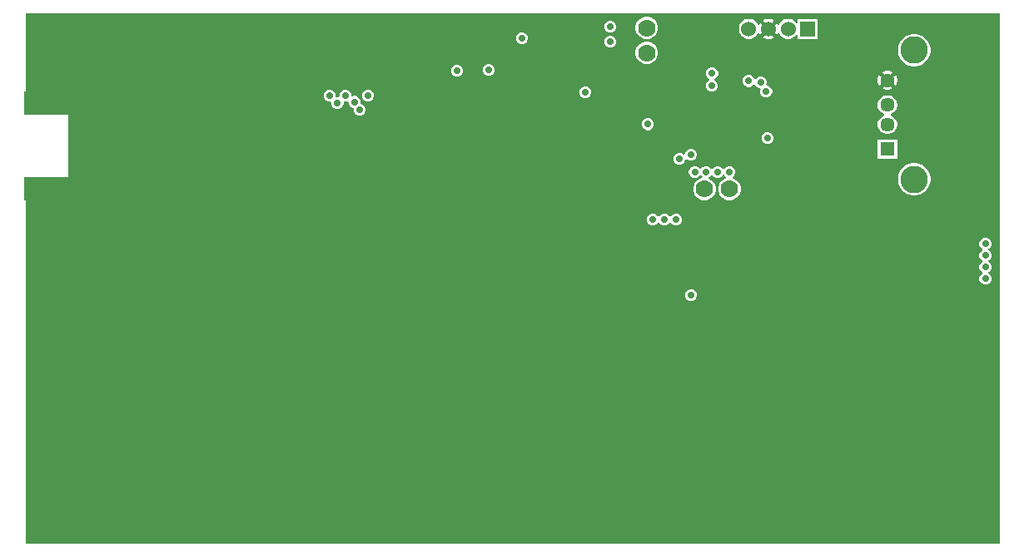
<source format=gbr>
%TF.GenerationSoftware,Altium Limited,Altium Designer,23.11.1 (41)*%
G04 Layer_Physical_Order=2*
G04 Layer_Color=36540*
%FSLAX45Y45*%
%MOMM*%
%TF.SameCoordinates,5A3C93BB-BC46-40EA-83D2-B686983C8B64*%
%TF.FilePolarity,Positive*%
%TF.FileFunction,Copper,L2,Inr,Signal*%
%TF.Part,Single*%
G01*
G75*
%TA.AperFunction,ComponentPad*%
%ADD62C,1.77800*%
%ADD63C,2.80000*%
%ADD64C,1.45000*%
%ADD65R,1.45000X1.45000*%
%ADD66C,1.52400*%
%ADD67R,1.52400X1.52400*%
%ADD68R,4.20000X2.41300*%
%TA.AperFunction,ViaPad*%
%ADD69C,0.70000*%
G36*
X9950000Y50000D02*
X50000D01*
Y3770000D01*
X50000Y3785000D01*
X65000Y3785000D01*
X480000D01*
Y4420000D01*
X65000D01*
X50000Y4420000D01*
X50000Y4435000D01*
Y5450000D01*
X9950000D01*
Y50000D01*
D02*
G37*
%LPC*%
G36*
X8101200Y5396200D02*
X7898800D01*
Y5356273D01*
X7883800Y5352254D01*
X7880980Y5357138D01*
X7862138Y5375980D01*
X7839061Y5389303D01*
X7813323Y5396200D01*
X7786676D01*
X7760938Y5389303D01*
X7737861Y5375980D01*
X7719020Y5357138D01*
X7708305Y5338579D01*
X7705601Y5337707D01*
X7694398D01*
X7691695Y5338579D01*
X7684436Y5351152D01*
X7663971Y5330687D01*
X7635687Y5358971D01*
X7656152Y5379436D01*
X7639061Y5389303D01*
X7613323Y5396200D01*
X7586676D01*
X7560938Y5389303D01*
X7543848Y5379436D01*
X7564313Y5358971D01*
X7536029Y5330687D01*
X7515564Y5351152D01*
X7508305Y5338579D01*
X7505601Y5337707D01*
X7494399D01*
X7491695Y5338579D01*
X7480980Y5357138D01*
X7462138Y5375980D01*
X7439061Y5389303D01*
X7413323Y5396200D01*
X7386676D01*
X7360938Y5389303D01*
X7337861Y5375980D01*
X7319020Y5357138D01*
X7305696Y5334062D01*
X7298800Y5308323D01*
Y5281677D01*
X7305696Y5255938D01*
X7319020Y5232862D01*
X7337861Y5214020D01*
X7360938Y5200697D01*
X7386676Y5193800D01*
X7413323D01*
X7439061Y5200697D01*
X7462138Y5214020D01*
X7480980Y5232862D01*
X7491695Y5251421D01*
X7494399Y5252293D01*
X7505601D01*
X7508305Y5251421D01*
X7515564Y5238848D01*
X7536029Y5259313D01*
X7564313Y5231029D01*
X7543848Y5210564D01*
X7560938Y5200697D01*
X7586676Y5193800D01*
X7613323D01*
X7639061Y5200697D01*
X7656152Y5210564D01*
X7635687Y5231029D01*
X7663971Y5259313D01*
X7684436Y5238848D01*
X7691695Y5251421D01*
X7694398Y5252293D01*
X7705601D01*
X7708305Y5251421D01*
X7719020Y5232862D01*
X7737861Y5214020D01*
X7760938Y5200697D01*
X7786676Y5193800D01*
X7813323D01*
X7839061Y5200697D01*
X7862138Y5214020D01*
X7880980Y5232862D01*
X7883800Y5237746D01*
X7898800Y5233727D01*
Y5193800D01*
X8101200D01*
Y5396200D01*
D02*
G37*
G36*
X6001935Y5375000D02*
X5978065D01*
X5956013Y5365866D01*
X5939134Y5348987D01*
X5930000Y5326935D01*
Y5303065D01*
X5939134Y5281013D01*
X5956013Y5264135D01*
X5978065Y5255000D01*
X6001935D01*
X6023987Y5264135D01*
X6040865Y5281013D01*
X6050000Y5303065D01*
Y5326935D01*
X6040865Y5348987D01*
X6023987Y5365866D01*
X6001935Y5375000D01*
D02*
G37*
G36*
X6377495Y5416400D02*
X6347505D01*
X6318537Y5408638D01*
X6292564Y5393643D01*
X6271358Y5372436D01*
X6256362Y5346464D01*
X6248600Y5317495D01*
Y5287505D01*
X6256362Y5258536D01*
X6271358Y5232564D01*
X6292564Y5211357D01*
X6318537Y5196362D01*
X6347505Y5188600D01*
X6377495D01*
X6406464Y5196362D01*
X6432436Y5211357D01*
X6453643Y5232564D01*
X6468638Y5258536D01*
X6476400Y5287505D01*
Y5317495D01*
X6468638Y5346464D01*
X6453643Y5372436D01*
X6432436Y5393643D01*
X6406464Y5408638D01*
X6377495Y5416400D01*
D02*
G37*
G36*
X5101935Y5260000D02*
X5078065D01*
X5056013Y5250866D01*
X5039134Y5233987D01*
X5030000Y5211935D01*
Y5188065D01*
X5039134Y5166013D01*
X5056013Y5149134D01*
X5078065Y5140000D01*
X5101935D01*
X5123987Y5149134D01*
X5140866Y5166013D01*
X5150000Y5188065D01*
Y5211935D01*
X5140866Y5233987D01*
X5123987Y5250866D01*
X5101935Y5260000D01*
D02*
G37*
G36*
X6001935Y5222500D02*
X5978065D01*
X5956013Y5213365D01*
X5939134Y5196487D01*
X5930000Y5174435D01*
Y5150565D01*
X5939134Y5128513D01*
X5956013Y5111634D01*
X5978065Y5102500D01*
X6001935D01*
X6023987Y5111634D01*
X6040865Y5128513D01*
X6050000Y5150565D01*
Y5174435D01*
X6040865Y5196487D01*
X6023987Y5213365D01*
X6001935Y5222500D01*
D02*
G37*
G36*
X6377495Y5162400D02*
X6347505D01*
X6318537Y5154638D01*
X6292564Y5139643D01*
X6271358Y5118436D01*
X6256362Y5092464D01*
X6248600Y5063495D01*
Y5033505D01*
X6256362Y5004536D01*
X6271358Y4978564D01*
X6292564Y4957357D01*
X6318537Y4942362D01*
X6347505Y4934600D01*
X6377495D01*
X6406464Y4942362D01*
X6432436Y4957357D01*
X6453643Y4978564D01*
X6468638Y5004536D01*
X6476400Y5033505D01*
Y5063495D01*
X6468638Y5092464D01*
X6453643Y5118436D01*
X6432436Y5139643D01*
X6406464Y5154638D01*
X6377495Y5162400D01*
D02*
G37*
G36*
X9097251Y5242000D02*
X9064749D01*
X9032871Y5235659D01*
X9002843Y5223221D01*
X8975819Y5205164D01*
X8952836Y5182182D01*
X8934779Y5155157D01*
X8922341Y5125129D01*
X8916000Y5093251D01*
Y5060749D01*
X8922341Y5028872D01*
X8934779Y4998843D01*
X8952836Y4971819D01*
X8975819Y4948836D01*
X9002843Y4930779D01*
X9032871Y4918341D01*
X9064749Y4912000D01*
X9097251D01*
X9129129Y4918341D01*
X9159157Y4930779D01*
X9186182Y4948836D01*
X9209164Y4971819D01*
X9227221Y4998843D01*
X9239659Y5028872D01*
X9246000Y5060749D01*
Y5093251D01*
X9239659Y5125129D01*
X9227221Y5155157D01*
X9209164Y5182182D01*
X9186182Y5205164D01*
X9159157Y5223221D01*
X9129129Y5235659D01*
X9097251Y5242000D01*
D02*
G37*
G36*
X4766935Y4935000D02*
X4743065D01*
X4721013Y4925865D01*
X4704134Y4908987D01*
X4695000Y4886935D01*
Y4863065D01*
X4704134Y4841013D01*
X4721013Y4824134D01*
X4743065Y4815000D01*
X4766935D01*
X4788987Y4824134D01*
X4805865Y4841013D01*
X4815000Y4863065D01*
Y4886935D01*
X4805865Y4908987D01*
X4788987Y4925865D01*
X4766935Y4935000D01*
D02*
G37*
G36*
X4441935Y4925000D02*
X4418065D01*
X4396013Y4915865D01*
X4379134Y4898987D01*
X4370000Y4876935D01*
Y4853065D01*
X4379134Y4831013D01*
X4396013Y4814134D01*
X4418065Y4805000D01*
X4441935D01*
X4463987Y4814134D01*
X4480866Y4831013D01*
X4490000Y4853065D01*
Y4876935D01*
X4480866Y4898987D01*
X4463987Y4915865D01*
X4441935Y4925000D01*
D02*
G37*
G36*
X8822836Y4867500D02*
X8797164D01*
X8772367Y4860856D01*
X8756557Y4851728D01*
X8777030Y4831255D01*
X8748746Y4802971D01*
X8728273Y4823444D01*
X8719145Y4807634D01*
X8712500Y4782837D01*
Y4757164D01*
X8719145Y4732367D01*
X8728273Y4716557D01*
X8748746Y4737030D01*
X8777030Y4708746D01*
X8756557Y4688273D01*
X8772367Y4679145D01*
X8797164Y4672500D01*
X8822836D01*
X8847634Y4679145D01*
X8863444Y4688273D01*
X8842971Y4708746D01*
X8871255Y4737030D01*
X8891728Y4716557D01*
X8900855Y4732367D01*
X8907500Y4757164D01*
Y4782837D01*
X8900855Y4807634D01*
X8891728Y4823444D01*
X8871255Y4802971D01*
X8842971Y4831255D01*
X8863444Y4851728D01*
X8847634Y4860856D01*
X8822836Y4867500D01*
D02*
G37*
G36*
X7039435Y4900000D02*
X7015565D01*
X6993513Y4890866D01*
X6976635Y4873987D01*
X6967500Y4851935D01*
Y4828065D01*
X6976635Y4806013D01*
X6993513Y4789134D01*
X7001270Y4785921D01*
Y4769685D01*
X6986013Y4763366D01*
X6969135Y4746487D01*
X6960000Y4724435D01*
Y4700565D01*
X6969135Y4678513D01*
X6986013Y4661635D01*
X7008065Y4652500D01*
X7031935D01*
X7053987Y4661635D01*
X7070866Y4678513D01*
X7080000Y4700565D01*
Y4724435D01*
X7070866Y4746487D01*
X7053987Y4763366D01*
X7046230Y4766579D01*
Y4782815D01*
X7061487Y4789134D01*
X7078366Y4806013D01*
X7087500Y4828065D01*
Y4851935D01*
X7078366Y4873987D01*
X7061487Y4890866D01*
X7039435Y4900000D01*
D02*
G37*
G36*
X7411935Y4822500D02*
X7388065D01*
X7366013Y4813366D01*
X7349134Y4796487D01*
X7340000Y4774435D01*
Y4750565D01*
X7349134Y4728513D01*
X7366013Y4711634D01*
X7388065Y4702500D01*
X7411935D01*
X7433987Y4711634D01*
X7447910Y4725557D01*
X7460425Y4725103D01*
X7465011Y4723467D01*
X7469134Y4713513D01*
X7486013Y4696634D01*
X7508065Y4687500D01*
X7511484D01*
X7519817Y4675028D01*
X7517500Y4669435D01*
Y4645565D01*
X7526634Y4623513D01*
X7543513Y4606634D01*
X7565565Y4597500D01*
X7589435D01*
X7611487Y4606634D01*
X7628365Y4623513D01*
X7637500Y4645565D01*
Y4669435D01*
X7628365Y4691487D01*
X7611487Y4708365D01*
X7589435Y4717500D01*
X7586016D01*
X7577683Y4729972D01*
X7580000Y4735565D01*
Y4759435D01*
X7570865Y4781487D01*
X7553987Y4798366D01*
X7531935Y4807500D01*
X7508065D01*
X7486013Y4798366D01*
X7472090Y4784443D01*
X7459575Y4784897D01*
X7454989Y4786533D01*
X7450865Y4796487D01*
X7433987Y4813366D01*
X7411935Y4822500D01*
D02*
G37*
G36*
X3306935Y4675000D02*
X3283065D01*
X3261013Y4665865D01*
X3244134Y4648987D01*
X3235000Y4626935D01*
Y4611358D01*
X3231029Y4601471D01*
X3221142Y4597500D01*
X3208858D01*
X3203731Y4599559D01*
X3195000Y4609360D01*
Y4626935D01*
X3185866Y4648987D01*
X3168987Y4665865D01*
X3146935Y4675000D01*
X3123065D01*
X3101013Y4665865D01*
X3084135Y4648987D01*
X3075000Y4626935D01*
Y4603065D01*
X3084135Y4581013D01*
X3101013Y4564134D01*
X3123065Y4555000D01*
X3143642D01*
X3148769Y4552941D01*
X3157500Y4543140D01*
Y4525565D01*
X3166635Y4503513D01*
X3183513Y4486634D01*
X3205565Y4477500D01*
X3229435D01*
X3251487Y4486634D01*
X3268366Y4503513D01*
X3277500Y4525565D01*
Y4541142D01*
X3281471Y4551029D01*
X3291358Y4555000D01*
X3306935D01*
X3315000Y4558341D01*
X3330000Y4548318D01*
Y4538065D01*
X3339135Y4516013D01*
X3356013Y4499135D01*
X3378065Y4490000D01*
X3382865Y4482816D01*
X3382500Y4481935D01*
Y4458065D01*
X3391635Y4436013D01*
X3408513Y4419134D01*
X3430565Y4410000D01*
X3454435D01*
X3476487Y4419134D01*
X3493366Y4436013D01*
X3502500Y4458065D01*
Y4481935D01*
X3493366Y4503987D01*
X3476487Y4520865D01*
X3454435Y4530000D01*
X3449635Y4537184D01*
X3450000Y4538065D01*
Y4561935D01*
X3440866Y4583987D01*
X3423987Y4600866D01*
X3401935Y4610000D01*
X3378065D01*
X3370000Y4606659D01*
X3355000Y4616682D01*
Y4626935D01*
X3345866Y4648987D01*
X3328987Y4665865D01*
X3306935Y4675000D01*
D02*
G37*
G36*
X5749292Y4709857D02*
X5725422D01*
X5703370Y4700722D01*
X5686491Y4683844D01*
X5677357Y4661792D01*
Y4637922D01*
X5686491Y4615870D01*
X5703370Y4598991D01*
X5725422Y4589857D01*
X5749292D01*
X5771344Y4598991D01*
X5788222Y4615870D01*
X5797357Y4637922D01*
Y4661792D01*
X5788222Y4683844D01*
X5771344Y4700722D01*
X5749292Y4709857D01*
D02*
G37*
G36*
X3541935Y4675000D02*
X3518065D01*
X3496013Y4665865D01*
X3479135Y4648987D01*
X3470000Y4626935D01*
Y4603065D01*
X3479135Y4581013D01*
X3496013Y4564134D01*
X3518065Y4555000D01*
X3541935D01*
X3563987Y4564134D01*
X3580866Y4581013D01*
X3590000Y4603065D01*
Y4626935D01*
X3580866Y4648987D01*
X3563987Y4665865D01*
X3541935Y4675000D01*
D02*
G37*
G36*
X6386935Y4382500D02*
X6363065D01*
X6341013Y4373366D01*
X6324134Y4356487D01*
X6315000Y4334435D01*
Y4310565D01*
X6324134Y4288513D01*
X6341013Y4271635D01*
X6363065Y4262500D01*
X6386935D01*
X6408987Y4271635D01*
X6425865Y4288513D01*
X6435000Y4310565D01*
Y4334435D01*
X6425865Y4356487D01*
X6408987Y4373366D01*
X6386935Y4382500D01*
D02*
G37*
G36*
X8822836Y4617501D02*
X8797164D01*
X8772367Y4610856D01*
X8750134Y4598020D01*
X8731981Y4579867D01*
X8719145Y4557634D01*
X8712500Y4532837D01*
Y4507164D01*
X8719145Y4482367D01*
X8731981Y4460134D01*
X8750134Y4441981D01*
X8772367Y4429145D01*
X8777518Y4427765D01*
Y4412236D01*
X8772367Y4410856D01*
X8750134Y4398020D01*
X8731981Y4379867D01*
X8719145Y4357634D01*
X8712500Y4332836D01*
Y4307164D01*
X8719145Y4282367D01*
X8731981Y4260134D01*
X8750134Y4241981D01*
X8772367Y4229145D01*
X8797164Y4222500D01*
X8822836D01*
X8847634Y4229145D01*
X8869866Y4241981D01*
X8888020Y4260134D01*
X8900855Y4282367D01*
X8907500Y4307164D01*
Y4332836D01*
X8900855Y4357634D01*
X8888020Y4379867D01*
X8869866Y4398020D01*
X8847634Y4410856D01*
X8842483Y4412236D01*
Y4427765D01*
X8847634Y4429145D01*
X8869866Y4441981D01*
X8888020Y4460134D01*
X8900855Y4482367D01*
X8907500Y4507164D01*
Y4532837D01*
X8900855Y4557634D01*
X8888020Y4579867D01*
X8869866Y4598020D01*
X8847634Y4610856D01*
X8822836Y4617501D01*
D02*
G37*
G36*
X7601935Y4240000D02*
X7578065D01*
X7556013Y4230866D01*
X7539135Y4213987D01*
X7530000Y4191935D01*
Y4168065D01*
X7539135Y4146013D01*
X7556013Y4129134D01*
X7578065Y4120000D01*
X7601935D01*
X7623987Y4129134D01*
X7640866Y4146013D01*
X7650000Y4168065D01*
Y4191935D01*
X7640866Y4213987D01*
X7623987Y4230866D01*
X7601935Y4240000D01*
D02*
G37*
G36*
X6824435Y4072500D02*
X6800565D01*
X6778513Y4063366D01*
X6761634Y4046487D01*
X6752500Y4024435D01*
Y4021066D01*
X6737500Y4014853D01*
X6728987Y4023366D01*
X6706935Y4032500D01*
X6683065D01*
X6661013Y4023366D01*
X6644135Y4006487D01*
X6635000Y3984435D01*
Y3960565D01*
X6644135Y3938513D01*
X6661013Y3921635D01*
X6683065Y3912500D01*
X6706935D01*
X6728987Y3921635D01*
X6745866Y3938513D01*
X6755000Y3960565D01*
Y3963934D01*
X6770000Y3970147D01*
X6778513Y3961634D01*
X6800565Y3952500D01*
X6824435D01*
X6846487Y3961634D01*
X6863365Y3978513D01*
X6872500Y4000565D01*
Y4024435D01*
X6863365Y4046487D01*
X6846487Y4063366D01*
X6824435Y4072500D01*
D02*
G37*
G36*
X8907500Y4167500D02*
X8712500D01*
Y3972500D01*
X8907500D01*
Y4167500D01*
D02*
G37*
G36*
X7214435Y3897500D02*
X7190565D01*
X7168513Y3888366D01*
X7151634Y3871487D01*
X7150618Y3869033D01*
X7134382D01*
X7133365Y3871487D01*
X7116487Y3888366D01*
X7094435Y3897500D01*
X7070565D01*
X7048513Y3888366D01*
X7031634Y3871487D01*
X7031250Y3870559D01*
X7016250D01*
X7015866Y3871487D01*
X6998987Y3888366D01*
X6976935Y3897500D01*
X6953065D01*
X6931013Y3888366D01*
X6916233Y3873585D01*
X6907500Y3872393D01*
X6898768Y3873585D01*
X6883987Y3888366D01*
X6861935Y3897500D01*
X6838065D01*
X6816013Y3888366D01*
X6799134Y3871487D01*
X6790000Y3849435D01*
Y3825565D01*
X6799134Y3803513D01*
X6816013Y3786635D01*
X6838065Y3777500D01*
X6861935D01*
X6883987Y3786635D01*
X6898768Y3801415D01*
X6907500Y3802607D01*
X6916233Y3801415D01*
X6927364Y3790284D01*
X6925277Y3775980D01*
X6924154Y3773894D01*
X6904536Y3768638D01*
X6878564Y3753642D01*
X6857357Y3732436D01*
X6842362Y3706464D01*
X6834600Y3677495D01*
Y3647505D01*
X6842362Y3618536D01*
X6857357Y3592564D01*
X6878564Y3571357D01*
X6904536Y3556362D01*
X6933505Y3548600D01*
X6963495D01*
X6992464Y3556362D01*
X7018436Y3571357D01*
X7039643Y3592564D01*
X7054638Y3618536D01*
X7062400Y3647505D01*
Y3677495D01*
X7054638Y3706464D01*
X7039643Y3732436D01*
X7018436Y3753642D01*
X6993413Y3768089D01*
X6992537Y3771954D01*
X6992807Y3784075D01*
X6998987Y3786635D01*
X7015866Y3803513D01*
X7016250Y3804441D01*
X7031250D01*
X7031634Y3803513D01*
X7048513Y3786635D01*
X7070565Y3777500D01*
X7094435D01*
X7116487Y3786635D01*
X7133365Y3803513D01*
X7134382Y3805967D01*
X7150618D01*
X7151634Y3803513D01*
X7168512Y3786635D01*
X7167175Y3770953D01*
X7158536Y3768638D01*
X7132564Y3753642D01*
X7111357Y3732436D01*
X7096362Y3706464D01*
X7088600Y3677495D01*
Y3647505D01*
X7096362Y3618536D01*
X7111357Y3592564D01*
X7132564Y3571357D01*
X7158536Y3556362D01*
X7187505Y3548600D01*
X7217495D01*
X7246464Y3556362D01*
X7272436Y3571357D01*
X7293643Y3592564D01*
X7308638Y3618536D01*
X7316400Y3647505D01*
Y3677495D01*
X7308638Y3706464D01*
X7293643Y3732436D01*
X7272436Y3753642D01*
X7246464Y3768638D01*
X7237824Y3770953D01*
X7236487Y3786635D01*
X7253365Y3803513D01*
X7262500Y3825565D01*
Y3849435D01*
X7253365Y3871487D01*
X7236487Y3888366D01*
X7214435Y3897500D01*
D02*
G37*
G36*
X9097251Y3928000D02*
X9064749D01*
X9032871Y3921659D01*
X9002843Y3909221D01*
X8975819Y3891164D01*
X8952836Y3868182D01*
X8934779Y3841157D01*
X8922341Y3811129D01*
X8916000Y3779252D01*
Y3746749D01*
X8922341Y3714872D01*
X8934779Y3684844D01*
X8952836Y3657819D01*
X8975819Y3634837D01*
X9002843Y3616779D01*
X9032871Y3604341D01*
X9064749Y3598000D01*
X9097251D01*
X9129129Y3604341D01*
X9159157Y3616779D01*
X9186182Y3634837D01*
X9209164Y3657819D01*
X9227221Y3684844D01*
X9239659Y3714872D01*
X9246000Y3746749D01*
Y3779252D01*
X9239659Y3811129D01*
X9227221Y3841157D01*
X9209164Y3868182D01*
X9186182Y3891164D01*
X9159157Y3909221D01*
X9129129Y3921659D01*
X9097251Y3928000D01*
D02*
G37*
G36*
X6673601Y3410000D02*
X6649732D01*
X6627679Y3400865D01*
X6610801Y3383987D01*
X6610000Y3382053D01*
X6595000D01*
X6594199Y3383987D01*
X6577321Y3400865D01*
X6555268Y3410000D01*
X6531399D01*
X6509346Y3400865D01*
X6492468Y3383987D01*
X6491667Y3382053D01*
X6476667D01*
X6475866Y3383987D01*
X6458987Y3400865D01*
X6436935Y3410000D01*
X6413065D01*
X6391013Y3400865D01*
X6374135Y3383987D01*
X6365000Y3361935D01*
Y3338065D01*
X6374135Y3316013D01*
X6391013Y3299134D01*
X6413065Y3290000D01*
X6436935D01*
X6458987Y3299134D01*
X6475866Y3316013D01*
X6476667Y3317947D01*
X6491667D01*
X6492468Y3316013D01*
X6509346Y3299134D01*
X6531399Y3290000D01*
X6555268D01*
X6577321Y3299134D01*
X6594199Y3316013D01*
X6595000Y3317947D01*
X6610000D01*
X6610801Y3316013D01*
X6627679Y3299134D01*
X6649732Y3290000D01*
X6673601D01*
X6695654Y3299134D01*
X6712532Y3316013D01*
X6721666Y3338065D01*
Y3361935D01*
X6712532Y3383987D01*
X6695654Y3400865D01*
X6673601Y3410000D01*
D02*
G37*
G36*
X9816935Y3165000D02*
X9793065D01*
X9771013Y3155865D01*
X9754134Y3138987D01*
X9745000Y3116935D01*
Y3093065D01*
X9754134Y3071013D01*
X9771013Y3054134D01*
X9772947Y3053333D01*
Y3038333D01*
X9771013Y3037532D01*
X9754134Y3020654D01*
X9745000Y2998601D01*
Y2974732D01*
X9754134Y2952679D01*
X9771013Y2935801D01*
X9772947Y2935000D01*
Y2920000D01*
X9771013Y2919199D01*
X9754134Y2902321D01*
X9745000Y2880268D01*
Y2856399D01*
X9754134Y2834346D01*
X9771013Y2817468D01*
X9772947Y2816667D01*
Y2801667D01*
X9771013Y2800866D01*
X9754134Y2783987D01*
X9745000Y2761935D01*
Y2738065D01*
X9754134Y2716013D01*
X9771013Y2699135D01*
X9793065Y2690000D01*
X9816935D01*
X9838987Y2699135D01*
X9855865Y2716013D01*
X9865000Y2738065D01*
Y2761935D01*
X9855865Y2783987D01*
X9838987Y2800866D01*
X9837053Y2801667D01*
Y2816667D01*
X9838987Y2817468D01*
X9855865Y2834346D01*
X9865000Y2856399D01*
Y2880268D01*
X9855865Y2902321D01*
X9838987Y2919199D01*
X9837053Y2920000D01*
Y2935000D01*
X9838987Y2935801D01*
X9855865Y2952679D01*
X9865000Y2974732D01*
Y2998601D01*
X9855865Y3020654D01*
X9838987Y3037532D01*
X9837053Y3038333D01*
Y3053333D01*
X9838987Y3054134D01*
X9855865Y3071013D01*
X9865000Y3093065D01*
Y3116935D01*
X9855865Y3138987D01*
X9838987Y3155865D01*
X9816935Y3165000D01*
D02*
G37*
G36*
X6826935Y2645000D02*
X6803065D01*
X6781013Y2635865D01*
X6764135Y2618987D01*
X6755000Y2596935D01*
Y2573065D01*
X6764135Y2551013D01*
X6781013Y2534134D01*
X6803065Y2525000D01*
X6826935D01*
X6848987Y2534134D01*
X6865866Y2551013D01*
X6875000Y2573065D01*
Y2596935D01*
X6865866Y2618987D01*
X6848987Y2635865D01*
X6826935Y2645000D01*
D02*
G37*
%LPD*%
D62*
X6362500Y5302500D02*
D03*
Y5048500D02*
D03*
X7202500Y3662500D02*
D03*
X6948500D02*
D03*
D63*
X9081000Y5077000D02*
D03*
Y3763000D02*
D03*
D64*
X8810000Y4520001D02*
D03*
Y4320000D02*
D03*
Y4770000D02*
D03*
D65*
Y4070000D02*
D03*
D66*
X7800000Y5295000D02*
D03*
X7400000D02*
D03*
X7600000D02*
D03*
D67*
X8000000D02*
D03*
D68*
X242500Y3662000D02*
D03*
Y4538000D02*
D03*
D69*
X950000Y3700000D02*
D03*
Y3500000D02*
D03*
X2350000Y3050000D02*
D03*
X2150000D02*
D03*
X2550000D02*
D03*
X2850000D02*
D03*
X3050000D02*
D03*
X4250000Y3500000D02*
D03*
Y3650000D02*
D03*
Y4900000D02*
D03*
Y5100000D02*
D03*
X4050000D02*
D03*
X3850000D02*
D03*
X3700000D02*
D03*
X3400000D02*
D03*
X3200000D02*
D03*
X2950000D02*
D03*
X2750000D02*
D03*
X2450000D02*
D03*
X2300000D02*
D03*
X2000000D02*
D03*
X1800000D02*
D03*
X1500000D02*
D03*
X1350000D02*
D03*
X1150000D02*
D03*
X950000D02*
D03*
Y4900000D02*
D03*
Y4450000D02*
D03*
Y4650000D02*
D03*
X5630000Y2850000D02*
D03*
X5500000D02*
D03*
X5380000D02*
D03*
X5125000Y2845000D02*
D03*
X5000000Y2920000D02*
D03*
Y3050000D02*
D03*
X5495000Y2950000D02*
D03*
X5625000D02*
D03*
X4350000Y3450000D02*
D03*
Y3600000D02*
D03*
X4525000Y3450000D02*
D03*
Y3600000D02*
D03*
X3975000Y3675000D02*
D03*
X4150000Y3600000D02*
D03*
Y3450000D02*
D03*
Y3300000D02*
D03*
X3400000Y3250000D02*
D03*
Y3425000D02*
D03*
X2500000Y3700000D02*
D03*
X2600000D02*
D03*
X2150000Y3850000D02*
D03*
X1500000Y3775000D02*
D03*
Y3675000D02*
D03*
X2375000Y3750000D02*
D03*
Y3650000D02*
D03*
X2250000D02*
D03*
X2150000D02*
D03*
X2050000D02*
D03*
X1950000D02*
D03*
X1850000D02*
D03*
X1750000D02*
D03*
X1650000D02*
D03*
X3050000Y3625000D02*
D03*
X2950000D02*
D03*
X2850000D02*
D03*
X2750000D02*
D03*
X2650000D02*
D03*
X2550000D02*
D03*
X2450000D02*
D03*
X2250000Y3750000D02*
D03*
X2150000D02*
D03*
X2050000D02*
D03*
X1950000D02*
D03*
X1850000D02*
D03*
X1750000D02*
D03*
X1650000D02*
D03*
X2500000Y3775000D02*
D03*
X2600000D02*
D03*
X2700000Y3700000D02*
D03*
X2800000D02*
D03*
X2700000Y3775000D02*
D03*
X2800000D02*
D03*
X2375000Y3850000D02*
D03*
X2475000D02*
D03*
X1950000D02*
D03*
X2050000D02*
D03*
X1750000D02*
D03*
X1850000D02*
D03*
X2375000Y3925000D02*
D03*
X2475000D02*
D03*
X1400000Y3775000D02*
D03*
Y3675000D02*
D03*
X1150000Y3550000D02*
D03*
Y3450000D02*
D03*
Y3750000D02*
D03*
Y3650000D02*
D03*
Y4700000D02*
D03*
Y4600000D02*
D03*
Y4525000D02*
D03*
Y4425000D02*
D03*
X1400000Y4325000D02*
D03*
Y4225000D02*
D03*
X1500000Y3850000D02*
D03*
X1400000D02*
D03*
X1500000Y3925000D02*
D03*
X1400000D02*
D03*
X2700000Y4175000D02*
D03*
X2600000D02*
D03*
X2775000Y4425000D02*
D03*
Y4525000D02*
D03*
X2675000Y4425000D02*
D03*
Y4525000D02*
D03*
X2400000Y4400000D02*
D03*
Y4500000D02*
D03*
X2100000D02*
D03*
X2200000D02*
D03*
X2300000D02*
D03*
X2100000Y4400000D02*
D03*
X2200000D02*
D03*
X2300000D02*
D03*
X3275000Y4850000D02*
D03*
X3175000D02*
D03*
X3075000D02*
D03*
X2975000D02*
D03*
X2875000D02*
D03*
X2775000D02*
D03*
X2675000D02*
D03*
X2575000D02*
D03*
X2475000D02*
D03*
X2375000D02*
D03*
X2275000D02*
D03*
X2175000D02*
D03*
X2075000D02*
D03*
X1975000D02*
D03*
X1875000D02*
D03*
X1775000D02*
D03*
X1675000D02*
D03*
X1575000D02*
D03*
X1475000D02*
D03*
X1375000D02*
D03*
X1275000D02*
D03*
X2875000Y4600000D02*
D03*
X2775000D02*
D03*
X2675000D02*
D03*
X2575000D02*
D03*
X2475000D02*
D03*
X2375000D02*
D03*
X2275000D02*
D03*
X2000000Y4400000D02*
D03*
X1900000D02*
D03*
X1800000D02*
D03*
X1700000D02*
D03*
X1600000D02*
D03*
X1500000D02*
D03*
X1400000D02*
D03*
X2000000Y4500000D02*
D03*
X1900000D02*
D03*
X1800000D02*
D03*
X1700000D02*
D03*
X1600000D02*
D03*
X1500000D02*
D03*
X1400000D02*
D03*
X2175000Y4600000D02*
D03*
X2075000D02*
D03*
X1975000D02*
D03*
X1875000D02*
D03*
X1775000D02*
D03*
X1675000D02*
D03*
X1575000D02*
D03*
X1150000Y3900000D02*
D03*
X1050000D02*
D03*
X850000D02*
D03*
X750000D02*
D03*
X650000D02*
D03*
X550000Y3825000D02*
D03*
X650000D02*
D03*
X750000D02*
D03*
X850000D02*
D03*
X950000D02*
D03*
X1050000D02*
D03*
X1150000D02*
D03*
X550000Y4350000D02*
D03*
X650000D02*
D03*
X750000D02*
D03*
X850000D02*
D03*
X950000D02*
D03*
X1050000D02*
D03*
X1150000D02*
D03*
X550000Y4275000D02*
D03*
X650000D02*
D03*
X750000D02*
D03*
X850000D02*
D03*
X950000D02*
D03*
X1050000D02*
D03*
X1150000D02*
D03*
X657500Y3977500D02*
D03*
X757500D02*
D03*
X857500D02*
D03*
X1057500D02*
D03*
X1157500D02*
D03*
X1652500Y3935000D02*
D03*
X1752500D02*
D03*
X1852500D02*
D03*
X1952500D02*
D03*
X2052500D02*
D03*
X2152500D02*
D03*
X1650000Y4225000D02*
D03*
X1750000D02*
D03*
X1850000D02*
D03*
X1950000D02*
D03*
X2050000D02*
D03*
X2150000D02*
D03*
X2250000D02*
D03*
X1650000Y4150000D02*
D03*
X1750000D02*
D03*
X1850000D02*
D03*
X1950000D02*
D03*
X2050000D02*
D03*
X2150000D02*
D03*
X2250000D02*
D03*
X1150000Y4200000D02*
D03*
X1050000D02*
D03*
X950000D02*
D03*
X850000D02*
D03*
X750000D02*
D03*
X650000D02*
D03*
X550000D02*
D03*
X7000000Y2750000D02*
D03*
X6500000D02*
D03*
X6250000D02*
D03*
X6000000D02*
D03*
X5500000D02*
D03*
X5750000D02*
D03*
X5250000D02*
D03*
X5000000D02*
D03*
X4750000D02*
D03*
X4500000D02*
D03*
X4250000D02*
D03*
X4000000D02*
D03*
X3750000D02*
D03*
X3500000D02*
D03*
X3250000D02*
D03*
X3000000D02*
D03*
X2750000D02*
D03*
X2500000D02*
D03*
X7500000Y2500000D02*
D03*
X7250000D02*
D03*
X7000000D02*
D03*
X6500000Y2250000D02*
D03*
X6000000D02*
D03*
X6250000D02*
D03*
X5750000D02*
D03*
X5500000D02*
D03*
X5250000D02*
D03*
X5000000D02*
D03*
X4750000D02*
D03*
X4500000D02*
D03*
X4250000D02*
D03*
X4000000D02*
D03*
X3750000D02*
D03*
X3500000D02*
D03*
X3250000D02*
D03*
X2750000D02*
D03*
X3000000D02*
D03*
X2250000Y2500000D02*
D03*
X2500000Y2250000D02*
D03*
X2250000D02*
D03*
X2500000Y2000000D02*
D03*
X2250000D02*
D03*
X750000Y3250000D02*
D03*
X1000000D02*
D03*
X1250000D02*
D03*
X1500000D02*
D03*
X2000000D02*
D03*
X750000Y3000000D02*
D03*
X1000000D02*
D03*
X1250000D02*
D03*
X1500000D02*
D03*
X1750000D02*
D03*
X750000Y2750000D02*
D03*
X1000000D02*
D03*
X1250000D02*
D03*
X1500000D02*
D03*
X1750000D02*
D03*
X2000000D02*
D03*
X750000Y2500000D02*
D03*
X1000000D02*
D03*
X1250000D02*
D03*
X1500000D02*
D03*
X1750000D02*
D03*
X2000000D02*
D03*
X750000Y2250000D02*
D03*
X1000000D02*
D03*
X1250000D02*
D03*
X1500000D02*
D03*
X1750000D02*
D03*
X2000000D02*
D03*
Y2000000D02*
D03*
X1750000D02*
D03*
X1500000D02*
D03*
X1250000D02*
D03*
X1000000D02*
D03*
X750000D02*
D03*
X2750000Y1750000D02*
D03*
X3000000D02*
D03*
X3250000D02*
D03*
X3500000D02*
D03*
X3750000D02*
D03*
X4000000D02*
D03*
X4250000D02*
D03*
X4500000D02*
D03*
X4750000D02*
D03*
X5000000D02*
D03*
X5250000D02*
D03*
X5500000D02*
D03*
X5750000D02*
D03*
X6000000D02*
D03*
X6250000D02*
D03*
X6500000D02*
D03*
X6750000D02*
D03*
X7250000D02*
D03*
X7000000D02*
D03*
X2750000Y2000000D02*
D03*
X3000000D02*
D03*
X3250000D02*
D03*
X3500000D02*
D03*
X3750000D02*
D03*
X4000000D02*
D03*
X4250000D02*
D03*
X4500000D02*
D03*
X4750000D02*
D03*
X5000000D02*
D03*
X5250000D02*
D03*
X5750000D02*
D03*
X5500000D02*
D03*
X6000000D02*
D03*
X6250000D02*
D03*
X6500000D02*
D03*
X6750000D02*
D03*
X7000000D02*
D03*
X7250000D02*
D03*
X2750000Y1250000D02*
D03*
X3000000D02*
D03*
X3250000D02*
D03*
X3500000D02*
D03*
X3750000D02*
D03*
X4000000D02*
D03*
X4250000D02*
D03*
X4500000D02*
D03*
X4750000D02*
D03*
X5000000D02*
D03*
X5250000D02*
D03*
X5500000D02*
D03*
X5750000D02*
D03*
X6000000D02*
D03*
X6250000D02*
D03*
X6500000D02*
D03*
X6750000D02*
D03*
X7250000D02*
D03*
X7000000D02*
D03*
X2750000Y1500000D02*
D03*
X3000000D02*
D03*
X3250000D02*
D03*
X3500000D02*
D03*
X3750000D02*
D03*
X4000000D02*
D03*
X4250000D02*
D03*
X4500000D02*
D03*
X4750000D02*
D03*
X5000000D02*
D03*
X5250000D02*
D03*
X5750000D02*
D03*
X5500000D02*
D03*
X6000000D02*
D03*
X6250000D02*
D03*
X6500000D02*
D03*
X6750000D02*
D03*
X7000000D02*
D03*
X7250000D02*
D03*
X2750000Y750000D02*
D03*
X3000000D02*
D03*
X3250000D02*
D03*
X3500000D02*
D03*
X3750000D02*
D03*
X4000000D02*
D03*
X4250000D02*
D03*
X4500000D02*
D03*
X4750000D02*
D03*
X5000000D02*
D03*
X5250000D02*
D03*
X5500000D02*
D03*
X5750000D02*
D03*
X6000000D02*
D03*
X6250000D02*
D03*
X6500000D02*
D03*
X6750000D02*
D03*
X7250000D02*
D03*
X7000000D02*
D03*
X2750000Y1000000D02*
D03*
X3000000D02*
D03*
X3250000D02*
D03*
X3500000D02*
D03*
X3750000D02*
D03*
X4000000D02*
D03*
X4250000D02*
D03*
X4500000D02*
D03*
X4750000D02*
D03*
X5000000D02*
D03*
X5250000D02*
D03*
X5750000D02*
D03*
X5500000D02*
D03*
X6000000D02*
D03*
X6250000D02*
D03*
X6500000D02*
D03*
X6750000D02*
D03*
X7000000D02*
D03*
X7250000D02*
D03*
X8250000Y5000000D02*
D03*
X8500000D02*
D03*
X8750000D02*
D03*
X9500000D02*
D03*
Y4750000D02*
D03*
Y4500000D02*
D03*
Y4250000D02*
D03*
Y2000000D02*
D03*
Y1750000D02*
D03*
Y1500000D02*
D03*
Y1250000D02*
D03*
Y1000000D02*
D03*
Y750000D02*
D03*
Y500000D02*
D03*
X9250000D02*
D03*
X9000000D02*
D03*
X8750000D02*
D03*
X8500000D02*
D03*
X8250000D02*
D03*
X8000000D02*
D03*
X7500000D02*
D03*
X7750000D02*
D03*
X7250000D02*
D03*
X7000000D02*
D03*
X6750000D02*
D03*
X6500000D02*
D03*
X6250000D02*
D03*
X6000000D02*
D03*
X5500000D02*
D03*
X5750000D02*
D03*
X5250000D02*
D03*
X5000000D02*
D03*
X4750000D02*
D03*
X4500000D02*
D03*
X4250000D02*
D03*
X4000000D02*
D03*
X3750000D02*
D03*
X3500000D02*
D03*
X3250000D02*
D03*
X3000000D02*
D03*
X2750000D02*
D03*
X2500000D02*
D03*
X2250000D02*
D03*
X2000000D02*
D03*
X1750000D02*
D03*
X1500000D02*
D03*
X1250000D02*
D03*
X1000000D02*
D03*
X750000D02*
D03*
X500000D02*
D03*
Y750000D02*
D03*
Y1000000D02*
D03*
Y1250000D02*
D03*
Y1500000D02*
D03*
Y1750000D02*
D03*
Y2000000D02*
D03*
Y2250000D02*
D03*
Y2500000D02*
D03*
Y2750000D02*
D03*
Y3000000D02*
D03*
Y3250000D02*
D03*
X1000000Y4750000D02*
D03*
X4250000Y5000000D02*
D03*
X4000000D02*
D03*
X3750000D02*
D03*
X3500000D02*
D03*
X3250000D02*
D03*
X3000000D02*
D03*
X2750000D02*
D03*
X2500000D02*
D03*
X2250000D02*
D03*
X2000000D02*
D03*
X1750000D02*
D03*
X1500000D02*
D03*
X1250000D02*
D03*
X1000000D02*
D03*
X750000D02*
D03*
Y4750000D02*
D03*
X500000D02*
D03*
Y5000000D02*
D03*
X8250000Y5250000D02*
D03*
X8500000D02*
D03*
X8750000D02*
D03*
X9250000D02*
D03*
X9500000D02*
D03*
X9750000D02*
D03*
Y5000000D02*
D03*
Y4750000D02*
D03*
Y4500000D02*
D03*
Y4250000D02*
D03*
Y2000000D02*
D03*
Y1750000D02*
D03*
Y1500000D02*
D03*
Y1250000D02*
D03*
Y1000000D02*
D03*
Y750000D02*
D03*
Y500000D02*
D03*
Y250000D02*
D03*
X9500000D02*
D03*
X9250000D02*
D03*
X9000000D02*
D03*
X8750000D02*
D03*
X8500000D02*
D03*
X8250000D02*
D03*
X8000000D02*
D03*
X7750000D02*
D03*
X7500000D02*
D03*
X7000000D02*
D03*
X7250000D02*
D03*
X6750000D02*
D03*
X6500000D02*
D03*
X6250000D02*
D03*
X6000000D02*
D03*
X5750000D02*
D03*
X5500000D02*
D03*
X5250000D02*
D03*
X5000000D02*
D03*
X4750000D02*
D03*
X4500000D02*
D03*
X4250000D02*
D03*
X4000000D02*
D03*
X3750000D02*
D03*
X3500000D02*
D03*
X3250000D02*
D03*
X3000000D02*
D03*
X2750000D02*
D03*
X2500000D02*
D03*
X2250000D02*
D03*
X2000000D02*
D03*
X1750000D02*
D03*
X1500000D02*
D03*
X1250000D02*
D03*
X1000000D02*
D03*
X750000D02*
D03*
X500000D02*
D03*
X250000D02*
D03*
Y500000D02*
D03*
Y750000D02*
D03*
Y1000000D02*
D03*
Y1250000D02*
D03*
Y1500000D02*
D03*
Y1750000D02*
D03*
Y2000000D02*
D03*
Y2250000D02*
D03*
Y2500000D02*
D03*
Y2750000D02*
D03*
Y3000000D02*
D03*
Y3250000D02*
D03*
Y4750000D02*
D03*
X4250000Y5250000D02*
D03*
X4000000D02*
D03*
X3750000D02*
D03*
X3500000D02*
D03*
X3250000D02*
D03*
X3000000D02*
D03*
X2750000D02*
D03*
X2500000D02*
D03*
X2250000D02*
D03*
X2000000D02*
D03*
X1750000D02*
D03*
X1500000D02*
D03*
X1250000D02*
D03*
X1000000D02*
D03*
X750000D02*
D03*
X500000D02*
D03*
X250000Y5000000D02*
D03*
Y5250000D02*
D03*
X5090000Y5200000D02*
D03*
X5737357Y4649857D02*
D03*
X7590000Y4180000D02*
D03*
X3370000Y4110000D02*
D03*
X8805000Y3037500D02*
D03*
X9160000Y3122500D02*
D03*
X7382500Y3005000D02*
D03*
X6540000Y3957500D02*
D03*
X6172500Y3590000D02*
D03*
X6475000Y4540000D02*
D03*
X7392500Y4280000D02*
D03*
X4430000Y4865000D02*
D03*
X4755000Y4875000D02*
D03*
X5990000Y5315000D02*
D03*
Y5162500D02*
D03*
X3427500Y4657500D02*
D03*
X3030000Y4595000D02*
D03*
X6927500Y2587500D02*
D03*
X7377500Y3855000D02*
D03*
X6760000Y3702500D02*
D03*
X6815000Y2585000D02*
D03*
X6695000Y3972500D02*
D03*
X6812500Y4012500D02*
D03*
X6850000Y3837500D02*
D03*
X6965000D02*
D03*
X7082500D02*
D03*
X7202500D02*
D03*
X6661666Y3350000D02*
D03*
X6425000D02*
D03*
X6543333D02*
D03*
X9805000Y2986667D02*
D03*
Y3105000D02*
D03*
Y2868333D02*
D03*
Y2750000D02*
D03*
X8477500Y4415000D02*
D03*
X5587500Y4365000D02*
D03*
X7175000Y3057500D02*
D03*
X8390000Y3192500D02*
D03*
X8990000Y2967501D02*
D03*
X6657500Y4895000D02*
D03*
X6975000Y5302500D02*
D03*
X8387500Y4670000D02*
D03*
X8340000Y4207500D02*
D03*
X8470000D02*
D03*
X7300000Y3367500D02*
D03*
Y2767500D02*
D03*
X4432500Y3032500D02*
D03*
X4882501Y3660000D02*
D03*
X5630000Y3082500D02*
D03*
X5500000D02*
D03*
X6540000Y3667500D02*
D03*
X6410000D02*
D03*
X5810000D02*
D03*
X5680000D02*
D03*
X5900000Y3802500D02*
D03*
X6030000D02*
D03*
X6200000D02*
D03*
X6330000D02*
D03*
X6600000Y4077500D02*
D03*
X5562500Y4815000D02*
D03*
X5960000Y4867500D02*
D03*
X5657500Y5355000D02*
D03*
X5420000Y4737500D02*
D03*
X5170000Y4677500D02*
D03*
X4987500Y5195000D02*
D03*
X4987500Y4995000D02*
D03*
X4820000Y4782500D02*
D03*
X4432500Y4335000D02*
D03*
Y4465000D02*
D03*
X3395000Y3570000D02*
D03*
Y3700000D02*
D03*
X557500Y3922500D02*
D03*
X940000Y3922500D02*
D03*
X1477500Y3597500D02*
D03*
Y4610000D02*
D03*
X1652500Y3857500D02*
D03*
X3045000Y3712500D02*
D03*
X2915000D02*
D03*
X2242500Y3857500D02*
D03*
X2625000D02*
D03*
X2520000Y4497500D02*
D03*
X3060000Y4372500D02*
D03*
X3757500Y4012500D02*
D03*
X3730000Y4370000D02*
D03*
X3442500Y4470000D02*
D03*
X3530000Y4615000D02*
D03*
X3390000Y4550000D02*
D03*
X3135000Y4615000D02*
D03*
X3217500Y4537500D02*
D03*
X3295000Y4615000D02*
D03*
X7027500Y4840000D02*
D03*
X7020000Y4712500D02*
D03*
X7400000Y4762500D02*
D03*
X7520000Y4747500D02*
D03*
X7577500Y4657500D02*
D03*
X6375000Y4322500D02*
D03*
X7125000Y4245000D02*
D03*
X7015000D02*
D03*
X6905000D02*
D03*
X7125000Y4355000D02*
D03*
X7015000D02*
D03*
X6905000D02*
D03*
X7125000Y4465000D02*
D03*
X7015000D02*
D03*
X6905000D02*
D03*
X3425000Y4165000D02*
D03*
Y4055000D02*
D03*
X3315000Y4165000D02*
D03*
Y4055000D02*
D03*
%TF.MD5,55be9cfc16ec586aeb6b85d716270551*%
M02*

</source>
